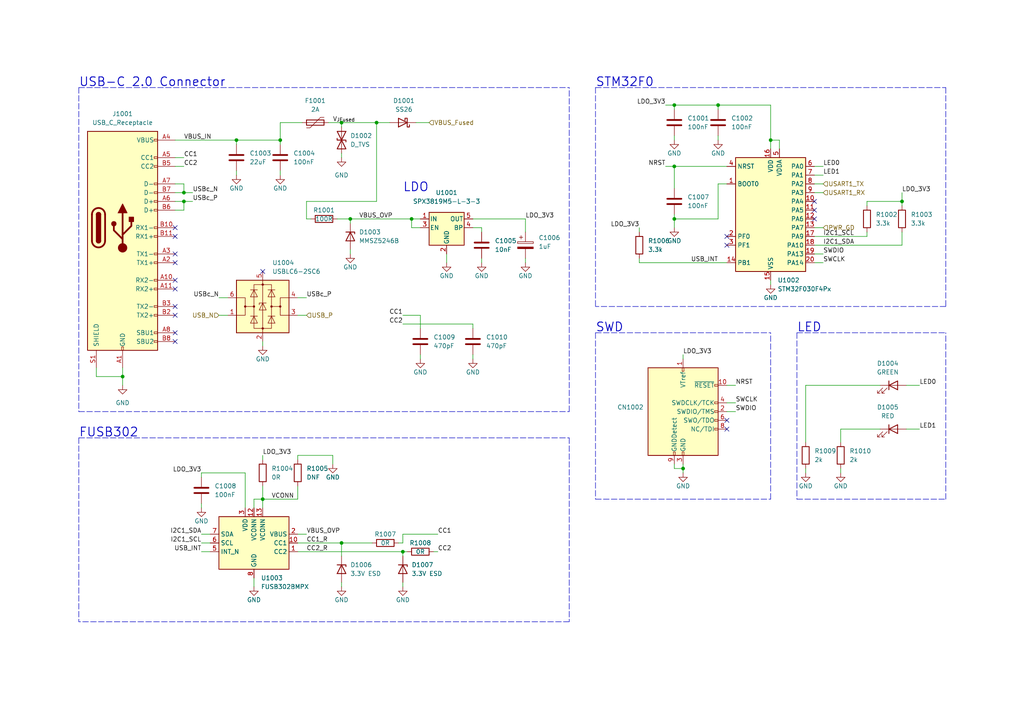
<source format=kicad_sch>
(kicad_sch (version 20211123) (generator eeschema)
  (paper "A4")
  (lib_symbols
    (symbol "Connector:Conn_ARM_JTAG_SWD_10" (pin_names (offset 1.016))
      (property "Reference" "J" (at -2.54 16.51 0))
      (property "Value" "Conn_ARM_JTAG_SWD_10" (at -2.54 13.97 0))
      (symbol "Conn_ARM_JTAG_SWD_10_0_1"
        (rectangle (start -10.16 12.7) (end 10.16 -12.7) (stroke (width 0.254)) (fill (type background)))
        (rectangle (start -2.794 -12.7) (end -2.286 -11.684))
        (rectangle (start -0.254 -12.7) (end 0.254 -11.684))
        (rectangle (start -0.254 12.7) (end 0.254 11.684))
        (rectangle (start 9.144 2.286) (end 10.16 2.794))
        (rectangle (start 10.16 -2.794) (end 9.144 -2.286))
        (rectangle (start 10.16 -0.254) (end 9.144 0.254))
        (rectangle (start 10.16 7.874) (end 9.144 7.366))
      )
      (symbol "Conn_ARM_JTAG_SWD_10_1_1"
        (rectangle (start 9.144 -5.334) (end 10.16 -4.826))
        (pin power_in line (at 0 15.24 270) (length 2.54) (name "VTref") (number "1"))
        (pin open_collector line (at 12.7 7.62 180) (length 2.54) (name "~{RESET}") (number "10"))
        (pin bidirectional line (at 12.7 0 180) (length 2.54) (name "SWDIO/TMS") (number "2"))
        (pin power_in line (at 0 -15.24 90) (length 2.54) (name "GND") (number "3"))
        (pin output line (at 12.7 2.54 180) (length 2.54) (name "SWDCLK/TCK") (number "4"))
        (pin passive line (at 0 -15.24 90) (length 2.54) hide (name "GND") (number "5"))
        (pin input line (at 12.7 -2.54 180) (length 2.54) (name "SWO/TDO") (number "6"))
        (pin no_connect line (at -10.16 0 0) (length 2.54) hide (name "KEY") (number "7"))
        (pin output line (at 12.7 -5.08 180) (length 2.54) (name "NC/TDI") (number "8"))
        (pin passive line (at -2.54 -15.24 90) (length 2.54) (name "GNDDetect") (number "9"))
      )
    )
    (symbol "Connector:USB_C_Receptacle" (pin_names (offset 1.016))
      (property "Reference" "J" (at -10.16 29.21 0))
      (property "Value" "USB_C_Receptacle" (at 10.16 29.21 0))
      (symbol "USB_C_Receptacle_0_0"
        (rectangle (start -0.254 -35.56) (end 0.254 -34.544))
        (rectangle (start 10.16 -32.766) (end 9.144 -33.274))
        (rectangle (start 10.16 -30.226) (end 9.144 -30.734))
        (rectangle (start 10.16 -25.146) (end 9.144 -25.654))
        (rectangle (start 10.16 -22.606) (end 9.144 -23.114))
        (rectangle (start 10.16 -17.526) (end 9.144 -18.034))
        (rectangle (start 10.16 -14.986) (end 9.144 -15.494))
        (rectangle (start 10.16 -9.906) (end 9.144 -10.414))
        (rectangle (start 10.16 -7.366) (end 9.144 -7.874))
        (rectangle (start 10.16 -2.286) (end 9.144 -2.794))
        (rectangle (start 10.16 0.254) (end 9.144 -0.254))
        (rectangle (start 10.16 5.334) (end 9.144 4.826))
        (rectangle (start 10.16 7.874) (end 9.144 7.366))
        (rectangle (start 10.16 10.414) (end 9.144 9.906))
        (rectangle (start 10.16 12.954) (end 9.144 12.446))
        (rectangle (start 10.16 18.034) (end 9.144 17.526))
        (rectangle (start 10.16 20.574) (end 9.144 20.066))
        (rectangle (start 10.16 25.654) (end 9.144 25.146))
      )
      (symbol "USB_C_Receptacle_0_1"
        (rectangle (start -10.16 27.94) (end 10.16 -35.56) (stroke (width 0.254)) (fill (type background)))
        (arc (start -8.89 -3.81) (mid -6.985 -5.715) (end -5.08 -3.81) (stroke (width 0.508)))
        (arc (start -7.62 -3.81) (mid -6.985 -4.445) (end -6.35 -3.81) (stroke (width 0.254)))
        (arc (start -7.62 -3.81) (mid -6.985 -4.445) (end -6.35 -3.81) (stroke (width 0.254)) (fill (type outline)))
        (rectangle (start -7.62 -3.81) (end -6.35 3.81) (stroke (width 0.254)) (fill (type outline)))
        (arc (start -6.35 3.81) (mid -6.985 4.445) (end -7.62 3.81) (stroke (width 0.254)))
        (arc (start -6.35 3.81) (mid -6.985 4.445) (end -7.62 3.81) (stroke (width 0.254)) (fill (type outline)))
        (arc (start -5.08 3.81) (mid -6.985 5.715) (end -8.89 3.81) (stroke (width 0.508)))
        (polyline (pts (xy -8.89 -3.81) (xy -8.89 3.81)) (stroke (width 0.508)))
        (polyline (pts (xy -5.08 3.81) (xy -5.08 -3.81)) (stroke (width 0.508)))
      )
      (symbol "USB_C_Receptacle_1_1"
        (circle (center -2.54 1.143) (radius 0.635) (stroke (width 0.254)) (fill (type outline)))
        (circle (center 0 -5.842) (radius 1.27) (fill (type outline)))
        (polyline (pts (xy 0 -5.842) (xy 0 4.318)) (stroke (width 0.508)))
        (polyline (pts (xy 0 -3.302) (xy -2.54 -0.762) (xy -2.54 0.508)) (stroke (width 0.508)))
        (polyline (pts (xy 0 -2.032) (xy 2.54 0.508) (xy 2.54 1.778)) (stroke (width 0.508)))
        (polyline (pts (xy -1.27 4.318) (xy 0 6.858) (xy 1.27 4.318) (xy -1.27 4.318)) (stroke (width 0.254)) (fill (type outline)))
        (rectangle (start 1.905 1.778) (end 3.175 3.048) (stroke (width 0.254)) (fill (type outline)))
        (pin passive line (at 0 -40.64 90) (length 5.08) (name "GND") (number "A1"))
        (pin bidirectional line (at 15.24 -15.24 180) (length 5.08) (name "RX2-") (number "A10"))
        (pin bidirectional line (at 15.24 -17.78 180) (length 5.08) (name "RX2+") (number "A11"))
        (pin passive line (at 0 -40.64 90) (length 5.08) hide (name "GND") (number "A12"))
        (pin bidirectional line (at 15.24 -10.16 180) (length 5.08) (name "TX1+") (number "A2"))
        (pin bidirectional line (at 15.24 -7.62 180) (length 5.08) (name "TX1-") (number "A3"))
        (pin passive line (at 15.24 25.4 180) (length 5.08) (name "VBUS") (number "A4"))
        (pin bidirectional line (at 15.24 20.32 180) (length 5.08) (name "CC1") (number "A5"))
        (pin bidirectional line (at 15.24 7.62 180) (length 5.08) (name "D+") (number "A6"))
        (pin bidirectional line (at 15.24 12.7 180) (length 5.08) (name "D-") (number "A7"))
        (pin bidirectional line (at 15.24 -30.48 180) (length 5.08) (name "SBU1") (number "A8"))
        (pin passive line (at 15.24 25.4 180) (length 5.08) hide (name "VBUS") (number "A9"))
        (pin passive line (at 0 -40.64 90) (length 5.08) hide (name "GND") (number "B1"))
        (pin bidirectional line (at 15.24 0 180) (length 5.08) (name "RX1-") (number "B10"))
        (pin bidirectional line (at 15.24 -2.54 180) (length 5.08) (name "RX1+") (number "B11"))
        (pin passive line (at 0 -40.64 90) (length 5.08) hide (name "GND") (number "B12"))
        (pin bidirectional line (at 15.24 -25.4 180) (length 5.08) (name "TX2+") (number "B2"))
        (pin bidirectional line (at 15.24 -22.86 180) (length 5.08) (name "TX2-") (number "B3"))
        (pin passive line (at 15.24 25.4 180) (length 5.08) hide (name "VBUS") (number "B4"))
        (pin bidirectional line (at 15.24 17.78 180) (length 5.08) (name "CC2") (number "B5"))
        (pin bidirectional line (at 15.24 5.08 180) (length 5.08) (name "D+") (number "B6"))
        (pin bidirectional line (at 15.24 10.16 180) (length 5.08) (name "D-") (number "B7"))
        (pin bidirectional line (at 15.24 -33.02 180) (length 5.08) (name "SBU2") (number "B8"))
        (pin passive line (at 15.24 25.4 180) (length 5.08) hide (name "VBUS") (number "B9"))
        (pin passive line (at -7.62 -40.64 90) (length 5.08) (name "SHIELD") (number "S1"))
      )
    )
    (symbol "Device:C" (pin_numbers hide) (pin_names (offset 0.254))
      (property "Reference" "C" (at 0.635 2.54 0))
      (property "Value" "C" (at 0.635 -2.54 0))
      (symbol "C_0_1"
        (polyline (pts (xy -2.032 -0.762) (xy 2.032 -0.762)) (stroke (width 0.508)))
        (polyline (pts (xy -2.032 0.762) (xy 2.032 0.762)) (stroke (width 0.508)))
      )
      (symbol "C_1_1"
        (pin passive line (at 0 3.81 270) (length 2.794) (name "~") (number "1"))
        (pin passive line (at 0 -3.81 90) (length 2.794) (name "~") (number "2"))
      )
    )
    (symbol "Device:C_Polarized" (pin_numbers hide) (pin_names (offset 0.254))
      (property "Reference" "C" (at 0.635 2.54 0))
      (property "Value" "C_Polarized" (at 0.635 -2.54 0))
      (symbol "C_Polarized_0_1"
        (rectangle (start -2.286 0.508) (end 2.286 1.016))
        (polyline (pts (xy -1.778 2.286) (xy -0.762 2.286)))
        (polyline (pts (xy -1.27 2.794) (xy -1.27 1.778)))
        (rectangle (start 2.286 -0.508) (end -2.286 -1.016) (fill (type outline)))
      )
      (symbol "C_Polarized_1_1"
        (pin passive line (at 0 3.81 270) (length 2.794) (name "~") (number "1"))
        (pin passive line (at 0 -3.81 90) (length 2.794) (name "~") (number "2"))
      )
    )
    (symbol "Device:D_Schottky" (pin_numbers hide) (pin_names (offset 1.016) hide)
      (property "Reference" "D" (at 0 2.54 0))
      (property "Value" "D_Schottky" (at 0 -2.54 0))
      (symbol "D_Schottky_0_1"
        (polyline (pts (xy 1.27 0) (xy -1.27 0)))
        (polyline (pts (xy 1.27 1.27) (xy 1.27 -1.27) (xy -1.27 0) (xy 1.27 1.27)) (stroke (width 0.254)))
        (polyline (pts (xy -1.905 0.635) (xy -1.905 1.27) (xy -1.27 1.27) (xy -1.27 -1.27) (xy -0.635 -1.27) (xy -0.635 -0.635)) (stroke (width 0.254)))
      )
      (symbol "D_Schottky_1_1"
        (pin passive line (at -3.81 0 0) (length 2.54) (name "K") (number "1"))
        (pin passive line (at 3.81 0 180) (length 2.54) (name "A") (number "2"))
      )
    )
    (symbol "Device:D_TVS" (pin_numbers hide) (pin_names (offset 1.016) hide)
      (property "Reference" "D" (at 0 2.54 0))
      (property "Value" "D_TVS" (at 0 -2.54 0))
      (symbol "D_TVS_0_1"
        (polyline (pts (xy 1.27 0) (xy -1.27 0)))
        (polyline (pts (xy 0.508 1.27) (xy 0 1.27) (xy 0 -1.27) (xy -0.508 -1.27)) (stroke (width 0.254)))
        (polyline (pts (xy -2.54 1.27) (xy -2.54 -1.27) (xy 2.54 1.27) (xy 2.54 -1.27) (xy -2.54 1.27)) (stroke (width 0.254)))
      )
      (symbol "D_TVS_1_1"
        (pin passive line (at -3.81 0 0) (length 2.54) (name "A1") (number "1"))
        (pin passive line (at 3.81 0 180) (length 2.54) (name "A2") (number "2"))
      )
    )
    (symbol "Device:D_Zener" (pin_numbers hide) (pin_names (offset 1.016) hide)
      (property "Reference" "D" (at 0 2.54 0))
      (property "Value" "D_Zener" (at 0 -2.54 0))
      (symbol "D_Zener_0_1"
        (polyline (pts (xy 1.27 0) (xy -1.27 0)))
        (polyline (pts (xy -1.27 -1.27) (xy -1.27 1.27) (xy -0.762 1.27)) (stroke (width 0.254)))
        (polyline (pts (xy 1.27 -1.27) (xy 1.27 1.27) (xy -1.27 0) (xy 1.27 -1.27)) (stroke (width 0.254)))
      )
      (symbol "D_Zener_1_1"
        (pin passive line (at -3.81 0 0) (length 2.54) (name "K") (number "1"))
        (pin passive line (at 3.81 0 180) (length 2.54) (name "A") (number "2"))
      )
    )
    (symbol "Device:LED" (pin_numbers hide) (pin_names (offset 1.016) hide)
      (property "Reference" "D" (at 0 2.54 0))
      (property "Value" "LED" (at 0 -2.54 0))
      (symbol "LED_0_1"
        (polyline (pts (xy -1.27 -1.27) (xy -1.27 1.27)) (stroke (width 0.254)))
        (polyline (pts (xy -1.27 0) (xy 1.27 0)))
        (polyline (pts (xy 1.27 -1.27) (xy 1.27 1.27) (xy -1.27 0) (xy 1.27 -1.27)) (stroke (width 0.254)))
        (polyline (pts (xy -3.048 -0.762) (xy -4.572 -2.286) (xy -3.81 -2.286) (xy -4.572 -2.286) (xy -4.572 -1.524)))
        (polyline (pts (xy -1.778 -0.762) (xy -3.302 -2.286) (xy -2.54 -2.286) (xy -3.302 -2.286) (xy -3.302 -1.524)))
      )
      (symbol "LED_1_1"
        (pin passive line (at -3.81 0 0) (length 2.54) (name "K") (number "1"))
        (pin passive line (at 3.81 0 180) (length 2.54) (name "A") (number "2"))
      )
    )
    (symbol "Device:Polyfuse" (pin_numbers hide) (pin_names (offset 0))
      (property "Reference" "F" (at -2.54 0 90))
      (property "Value" "Polyfuse" (at 2.54 0 90))
      (symbol "Polyfuse_0_1"
        (rectangle (start -0.762 2.54) (end 0.762 -2.54) (stroke (width 0.254)))
        (polyline (pts (xy 0 2.54) (xy 0 -2.54)))
        (polyline (pts (xy -1.524 2.54) (xy -1.524 1.524) (xy 1.524 -1.524) (xy 1.524 -2.54)))
      )
      (symbol "Polyfuse_1_1"
        (pin passive line (at 0 3.81 270) (length 1.27) (name "~") (number "1"))
        (pin passive line (at 0 -3.81 90) (length 1.27) (name "~") (number "2"))
      )
    )
    (symbol "Device:R" (pin_numbers hide) (pin_names (offset 0))
      (property "Reference" "R" (at 2.032 0 90))
      (property "Value" "R" (at 0 0 90))
      (symbol "R_0_1"
        (rectangle (start -1.016 -2.54) (end 1.016 2.54) (stroke (width 0.254)))
      )
      (symbol "R_1_1"
        (pin passive line (at 0 3.81 270) (length 1.27) (name "~") (number "1"))
        (pin passive line (at 0 -3.81 90) (length 1.27) (name "~") (number "2"))
      )
    )
    (symbol "Interface_USB:FUSB302BMPX"
      (property "Reference" "U" (at -10.16 8.89 0))
      (property "Value" "FUSB302BMPX" (at 3.81 8.89 0))
      (symbol "FUSB302BMPX_0_1"
        (rectangle (start -10.16 7.62) (end 10.16 -7.62) (stroke (width 0.254)) (fill (type background)))
      )
      (symbol "FUSB302BMPX_1_1"
        (pin bidirectional line (at 12.7 -2.54 180) (length 2.54) (name "CC2") (number "1"))
        (pin bidirectional line (at 12.7 0 180) (length 2.54) (name "CC1") (number "10"))
        (pin bidirectional line (at 12.7 0 180) (length 2.54) hide (name "CC1") (number "11"))
        (pin power_in line (at 0 10.16 270) (length 2.54) (name "VCONN") (number "12"))
        (pin power_in line (at 2.54 10.16 270) (length 2.54) (name "VCONN") (number "13"))
        (pin bidirectional line (at 12.7 -2.54 180) (length 2.54) hide (name "CC2") (number "14"))
        (pin passive line (at 0 -10.16 90) (length 2.54) hide (name "GND") (number "15"))
        (pin input line (at 12.7 2.54 180) (length 2.54) (name "VBUS") (number "2"))
        (pin power_in line (at -2.54 10.16 270) (length 2.54) (name "VDD") (number "3"))
        (pin passive line (at -2.54 10.16 270) (length 2.54) hide (name "VDD") (number "4"))
        (pin open_collector line (at -12.7 -2.54 0) (length 2.54) (name "INT_N") (number "5"))
        (pin input line (at -12.7 0 0) (length 2.54) (name "SCL") (number "6"))
        (pin bidirectional line (at -12.7 2.54 0) (length 2.54) (name "SDA") (number "7"))
        (pin power_in line (at 0 -10.16 90) (length 2.54) (name "GND") (number "8"))
        (pin passive line (at 0 -10.16 90) (length 2.54) hide (name "GND") (number "9"))
      )
    )
    (symbol "MCU_ST_STM32F0:STM32F030F4Px"
      (property "Reference" "U" (at -10.16 16.51 0))
      (property "Value" "STM32F030F4Px" (at 5.08 16.51 0))
      (symbol "STM32F030F4Px_0_1"
        (rectangle (start -10.16 -17.78) (end 10.16 15.24) (stroke (width 0.254)) (fill (type background)))
      )
      (symbol "STM32F030F4Px_1_1"
        (pin input line (at -12.7 7.62 0) (length 2.54) (name "BOOT0") (number "1"))
        (pin bidirectional line (at 12.7 2.54 180) (length 2.54) (name "PA4") (number "10"))
        (pin bidirectional line (at 12.7 0 180) (length 2.54) (name "PA5") (number "11"))
        (pin bidirectional line (at 12.7 -2.54 180) (length 2.54) (name "PA6") (number "12"))
        (pin bidirectional line (at 12.7 -5.08 180) (length 2.54) (name "PA7") (number "13"))
        (pin bidirectional line (at -12.7 -15.24 0) (length 2.54) (name "PB1") (number "14"))
        (pin power_in line (at 0 -20.32 90) (length 2.54) (name "VSS") (number "15"))
        (pin power_in line (at 0 17.78 270) (length 2.54) (name "VDD") (number "16"))
        (pin bidirectional line (at 12.7 -7.62 180) (length 2.54) (name "PA9") (number "17"))
        (pin bidirectional line (at 12.7 -10.16 180) (length 2.54) (name "PA10") (number "18"))
        (pin bidirectional line (at 12.7 -12.7 180) (length 2.54) (name "PA13") (number "19"))
        (pin input line (at -12.7 -7.62 0) (length 2.54) (name "PF0") (number "2"))
        (pin bidirectional line (at 12.7 -15.24 180) (length 2.54) (name "PA14") (number "20"))
        (pin input line (at -12.7 -10.16 0) (length 2.54) (name "PF1") (number "3"))
        (pin input line (at -12.7 12.7 0) (length 2.54) (name "NRST") (number "4"))
        (pin power_in line (at 2.54 17.78 270) (length 2.54) (name "VDDA") (number "5"))
        (pin bidirectional line (at 12.7 12.7 180) (length 2.54) (name "PA0") (number "6"))
        (pin bidirectional line (at 12.7 10.16 180) (length 2.54) (name "PA1") (number "7"))
        (pin bidirectional line (at 12.7 7.62 180) (length 2.54) (name "PA2") (number "8"))
        (pin bidirectional line (at 12.7 5.08 180) (length 2.54) (name "PA3") (number "9"))
      )
    )
    (symbol "Power_Protection:USBLC6-2SC6" (pin_names hide)
      (property "Reference" "U" (at 2.54 8.89 0))
      (property "Value" "USBLC6-2SC6" (at 2.54 -8.89 0))
      (symbol "USBLC6-2SC6_0_1"
        (rectangle (start -7.62 -7.62) (end 7.62 7.62) (stroke (width 0.254)) (fill (type background)))
        (circle (center -5.08 0) (radius 0.254) (fill (type outline)))
        (circle (center -2.54 0) (radius 0.254) (fill (type outline)))
        (rectangle (start -2.54 6.35) (end 2.54 -6.35))
        (circle (center 0 -6.35) (radius 0.254) (fill (type outline)))
        (polyline (pts (xy -5.08 -2.54) (xy -7.62 -2.54)))
        (polyline (pts (xy -5.08 0) (xy -5.08 -2.54)))
        (polyline (pts (xy -5.08 2.54) (xy -7.62 2.54)))
        (polyline (pts (xy -1.524 -2.794) (xy -3.556 -2.794)))
        (polyline (pts (xy -1.524 4.826) (xy -3.556 4.826)))
        (polyline (pts (xy 0 -7.62) (xy 0 -6.35)))
        (polyline (pts (xy 0 -6.35) (xy 0 1.27)))
        (polyline (pts (xy 0 1.27) (xy 0 6.35)))
        (polyline (pts (xy 0 6.35) (xy 0 7.62)))
        (polyline (pts (xy 1.524 -2.794) (xy 3.556 -2.794)))
        (polyline (pts (xy 1.524 4.826) (xy 3.556 4.826)))
        (polyline (pts (xy 5.08 -2.54) (xy 7.62 -2.54)))
        (polyline (pts (xy 5.08 0) (xy 5.08 -2.54)))
        (polyline (pts (xy 5.08 2.54) (xy 7.62 2.54)))
        (polyline (pts (xy -2.54 0) (xy -5.08 0) (xy -5.08 2.54)))
        (polyline (pts (xy 2.54 0) (xy 5.08 0) (xy 5.08 2.54)))
        (polyline (pts (xy -3.556 -4.826) (xy -1.524 -4.826) (xy -2.54 -2.794) (xy -3.556 -4.826)))
        (polyline (pts (xy -3.556 2.794) (xy -1.524 2.794) (xy -2.54 4.826) (xy -3.556 2.794)))
        (polyline (pts (xy -1.016 -1.016) (xy 1.016 -1.016) (xy 0 1.016) (xy -1.016 -1.016)))
        (polyline (pts (xy 1.016 1.016) (xy 0.762 1.016) (xy -1.016 1.016) (xy -1.016 0.508)))
        (polyline (pts (xy 3.556 -4.826) (xy 1.524 -4.826) (xy 2.54 -2.794) (xy 3.556 -4.826)))
        (polyline (pts (xy 3.556 2.794) (xy 1.524 2.794) (xy 2.54 4.826) (xy 3.556 2.794)))
        (circle (center 0 6.35) (radius 0.254) (fill (type outline)))
        (circle (center 2.54 0) (radius 0.254) (fill (type outline)))
        (circle (center 5.08 0) (radius 0.254) (fill (type outline)))
      )
      (symbol "USBLC6-2SC6_1_1"
        (pin passive line (at -10.16 -2.54 0) (length 2.54) (name "I/O1") (number "1"))
        (pin passive line (at 0 -10.16 90) (length 2.54) (name "GND") (number "2"))
        (pin passive line (at 10.16 -2.54 180) (length 2.54) (name "I/O2") (number "3"))
        (pin passive line (at 10.16 2.54 180) (length 2.54) (name "I/O2") (number "4"))
        (pin passive line (at 0 10.16 270) (length 2.54) (name "VBUS") (number "5"))
        (pin passive line (at -10.16 2.54 0) (length 2.54) (name "I/O1") (number "6"))
      )
    )
    (symbol "Regulator_Linear:SPX3819M5-L-3-3" (pin_names (offset 0.254))
      (property "Reference" "U" (at -3.81 5.715 0))
      (property "Value" "SPX3819M5-L-3-3" (at 0 5.715 0))
      (symbol "SPX3819M5-L-3-3_0_1"
        (rectangle (start -5.08 4.445) (end 5.08 -5.08) (stroke (width 0.254)) (fill (type background)))
      )
      (symbol "SPX3819M5-L-3-3_1_1"
        (pin power_in line (at -7.62 2.54 0) (length 2.54) (name "IN") (number "1"))
        (pin power_in line (at 0 -7.62 90) (length 2.54) (name "GND") (number "2"))
        (pin input line (at -7.62 0 0) (length 2.54) (name "EN") (number "3"))
        (pin input line (at 7.62 0 180) (length 2.54) (name "BP") (number "4"))
        (pin power_out line (at 7.62 2.54 180) (length 2.54) (name "OUT") (number "5"))
      )
    )
    (symbol "power:GND" (power) (pin_names (offset 0))
      (property "Value" "GND" (at 0 -3.81 0))
      (symbol "GND_0_1"
        (polyline (pts (xy 0 0) (xy 0 -1.27) (xy 1.27 -1.27) (xy 0 -2.54) (xy -1.27 -1.27) (xy 0 -1.27)))
      )
      (symbol "GND_1_1"
        (pin power_in line (at 0 0 270) (length 0) hide (name "GND") (number "1"))
      )
    )
  )
  (junction (at 68.58 40.64))
  (junction (at 109.22 35.56))
  (junction (at 53.34 58.42))
  (junction (at 76.2 144.78))
  (junction (at 223.52 40.64))
  (junction (at 99.06 157.48))
  (junction (at 195.58 30.48))
  (junction (at 261.62 58.42))
  (junction (at 119.38 63.5))
  (junction (at 81.28 40.64))
  (junction (at 35.56 109.22))
  (junction (at 198.12 135.89))
  (junction (at 116.84 160.02))
  (junction (at 99.06 35.56))
  (junction (at 195.58 48.26))
  (junction (at 195.58 63.5))
  (junction (at 208.28 30.48))
  (junction (at 53.34 55.88))
  (junction (at 101.6 63.5))
  (no_connect (at 210.82 124.46))
  (no_connect (at 210.82 121.92))
  (no_connect (at 50.8 68.58))
  (no_connect (at 76.2 78.74))
  (no_connect (at 50.8 88.9))
  (no_connect (at 50.8 83.82))
  (no_connect (at 210.82 71.12))
  (no_connect (at 210.82 68.58))
  (no_connect (at 50.8 73.66))
  (no_connect (at 236.22 58.42))
  (no_connect (at 50.8 96.52))
  (no_connect (at 50.8 99.06))
  (no_connect (at 50.8 76.2))
  (no_connect (at 236.22 60.96))
  (no_connect (at 236.22 63.5))
  (no_connect (at 50.8 66.04))
  (no_connect (at 50.8 91.44))
  (no_connect (at 50.8 81.28))
  (wire (pts (xy 76.2 99.06) (xy 76.2 100.33)))
  (wire (pts (xy 101.6 64.77) (xy 101.6 63.5)))
  (polyline (pts (xy 22.86 127) (xy 165.1 127)))
  (wire (pts (xy 86.36 160.02) (xy 116.84 160.02)))
  (wire (pts (xy 262.89 124.46) (xy 266.7 124.46)))
  (wire (pts (xy 27.94 109.22) (xy 35.56 109.22)))
  (polyline (pts (xy 172.72 25.4) (xy 172.72 88.9)))
  (wire (pts (xy 76.2 144.78) (xy 73.66 144.78)))
  (wire (pts (xy 195.58 30.48) (xy 195.58 31.75)))
  (wire (pts (xy 223.52 30.48) (xy 223.52 40.64)))
  (wire (pts (xy 73.66 167.64) (xy 73.66 170.18)))
  (wire (pts (xy 116.84 91.44) (xy 121.92 91.44)))
  (wire (pts (xy 109.22 35.56) (xy 109.22 58.42)))
  (polyline (pts (xy 165.1 180.34) (xy 22.86 180.34)))
  (wire (pts (xy 195.58 62.23) (xy 195.58 63.5)))
  (wire (pts (xy 86.36 157.48) (xy 99.06 157.48)))
  (wire (pts (xy 87.63 35.56) (xy 81.28 35.56)))
  (wire (pts (xy 50.8 48.26) (xy 53.34 48.26)))
  (polyline (pts (xy 22.86 25.4) (xy 22.86 119.38)))
  (wire (pts (xy 208.28 39.37) (xy 208.28 40.64)))
  (wire (pts (xy 152.4 67.31) (xy 152.4 63.5)))
  (wire (pts (xy 261.62 58.42) (xy 251.46 58.42)))
  (wire (pts (xy 195.58 135.89) (xy 198.12 135.89)))
  (wire (pts (xy 195.58 48.26) (xy 210.82 48.26)))
  (wire (pts (xy 223.52 40.64) (xy 226.06 40.64)))
  (wire (pts (xy 58.42 137.16) (xy 58.42 138.43)))
  (wire (pts (xy 86.36 140.97) (xy 86.36 144.78)))
  (wire (pts (xy 50.8 45.72) (xy 53.34 45.72)))
  (wire (pts (xy 50.8 60.96) (xy 53.34 60.96)))
  (wire (pts (xy 86.36 91.44) (xy 88.9 91.44)))
  (wire (pts (xy 121.92 95.25) (xy 121.92 91.44)))
  (wire (pts (xy 27.94 106.68) (xy 27.94 109.22)))
  (wire (pts (xy 251.46 68.58) (xy 251.46 67.31)))
  (polyline (pts (xy 274.32 88.9) (xy 172.72 88.9)))
  (wire (pts (xy 58.42 157.48) (xy 60.96 157.48)))
  (wire (pts (xy 58.42 160.02) (xy 60.96 160.02)))
  (wire (pts (xy 139.7 74.93) (xy 139.7 76.2)))
  (wire (pts (xy 236.22 73.66) (xy 238.76 73.66)))
  (wire (pts (xy 243.84 135.89) (xy 243.84 137.16)))
  (wire (pts (xy 81.28 41.91) (xy 81.28 40.64)))
  (polyline (pts (xy 172.72 96.52) (xy 172.72 144.78)))
  (wire (pts (xy 195.58 39.37) (xy 195.58 40.64)))
  (polyline (pts (xy 231.14 144.78) (xy 274.32 144.78)))
  (wire (pts (xy 152.4 63.5) (xy 137.16 63.5)))
  (wire (pts (xy 86.36 144.78) (xy 76.2 144.78)))
  (wire (pts (xy 50.8 55.88) (xy 53.34 55.88)))
  (wire (pts (xy 236.22 76.2) (xy 238.76 76.2)))
  (wire (pts (xy 50.8 53.34) (xy 53.34 53.34)))
  (wire (pts (xy 236.22 71.12) (xy 261.62 71.12)))
  (wire (pts (xy 121.92 102.87) (xy 121.92 104.14)))
  (wire (pts (xy 68.58 40.64) (xy 81.28 40.64)))
  (wire (pts (xy 195.58 30.48) (xy 208.28 30.48)))
  (wire (pts (xy 88.9 58.42) (xy 88.9 63.5)))
  (polyline (pts (xy 165.1 119.38) (xy 165.1 25.4)))
  (wire (pts (xy 96.52 132.08) (xy 96.52 134.62)))
  (wire (pts (xy 210.82 111.76) (xy 213.36 111.76)))
  (wire (pts (xy 185.42 74.93) (xy 185.42 76.2)))
  (wire (pts (xy 233.68 135.89) (xy 233.68 137.16)))
  (wire (pts (xy 261.62 55.88) (xy 261.62 58.42)))
  (wire (pts (xy 198.12 102.87) (xy 198.12 104.14)))
  (wire (pts (xy 99.06 157.48) (xy 99.06 161.29)))
  (wire (pts (xy 137.16 95.25) (xy 137.16 93.98)))
  (wire (pts (xy 81.28 49.53) (xy 81.28 50.8)))
  (wire (pts (xy 208.28 53.34) (xy 208.28 63.5)))
  (wire (pts (xy 223.52 81.28) (xy 223.52 82.55)))
  (wire (pts (xy 251.46 58.42) (xy 251.46 59.69)))
  (wire (pts (xy 86.36 132.08) (xy 96.52 132.08)))
  (wire (pts (xy 73.66 144.78) (xy 73.66 147.32)))
  (wire (pts (xy 193.04 48.26) (xy 195.58 48.26)))
  (wire (pts (xy 210.82 119.38) (xy 213.36 119.38)))
  (wire (pts (xy 210.82 53.34) (xy 208.28 53.34)))
  (wire (pts (xy 86.36 133.35) (xy 86.36 132.08)))
  (polyline (pts (xy 231.14 96.52) (xy 274.32 96.52)))
  (wire (pts (xy 116.84 154.94) (xy 116.84 157.48)))
  (wire (pts (xy 53.34 58.42) (xy 55.88 58.42)))
  (wire (pts (xy 68.58 41.91) (xy 68.58 40.64)))
  (polyline (pts (xy 231.14 96.52) (xy 231.14 144.78)))
  (wire (pts (xy 76.2 144.78) (xy 76.2 147.32)))
  (wire (pts (xy 35.56 106.68) (xy 35.56 109.22)))
  (polyline (pts (xy 22.86 119.38) (xy 165.1 119.38)))
  (wire (pts (xy 236.22 66.04) (xy 238.76 66.04)))
  (wire (pts (xy 208.28 30.48) (xy 208.28 31.75)))
  (wire (pts (xy 120.65 35.56) (xy 124.46 35.56)))
  (wire (pts (xy 233.68 111.76) (xy 233.68 128.27)))
  (wire (pts (xy 101.6 63.5) (xy 119.38 63.5)))
  (polyline (pts (xy 274.32 25.4) (xy 274.32 88.9)))
  (wire (pts (xy 58.42 154.94) (xy 60.96 154.94)))
  (wire (pts (xy 210.82 116.84) (xy 213.36 116.84)))
  (wire (pts (xy 137.16 102.87) (xy 137.16 104.14)))
  (wire (pts (xy 58.42 137.16) (xy 71.12 137.16)))
  (wire (pts (xy 99.06 44.45) (xy 99.06 45.72)))
  (wire (pts (xy 223.52 40.64) (xy 223.52 43.18)))
  (wire (pts (xy 185.42 66.04) (xy 185.42 67.31)))
  (wire (pts (xy 88.9 58.42) (xy 109.22 58.42)))
  (wire (pts (xy 243.84 124.46) (xy 243.84 128.27)))
  (polyline (pts (xy 165.1 127) (xy 165.1 180.34)))
  (wire (pts (xy 116.84 154.94) (xy 127 154.94)))
  (polyline (pts (xy 22.86 127) (xy 22.86 180.34)))
  (wire (pts (xy 121.92 66.04) (xy 119.38 66.04)))
  (wire (pts (xy 195.58 48.26) (xy 195.58 54.61)))
  (wire (pts (xy 116.84 160.02) (xy 118.11 160.02)))
  (wire (pts (xy 68.58 49.53) (xy 68.58 50.8)))
  (wire (pts (xy 129.54 73.66) (xy 129.54 76.2)))
  (wire (pts (xy 195.58 134.62) (xy 195.58 135.89)))
  (wire (pts (xy 193.04 30.48) (xy 195.58 30.48)))
  (wire (pts (xy 116.84 157.48) (xy 115.57 157.48)))
  (polyline (pts (xy 172.72 144.78) (xy 223.52 144.78)))
  (wire (pts (xy 262.89 111.76) (xy 266.7 111.76)))
  (wire (pts (xy 53.34 58.42) (xy 53.34 60.96)))
  (wire (pts (xy 53.34 55.88) (xy 55.88 55.88)))
  (wire (pts (xy 53.34 53.34) (xy 53.34 55.88)))
  (wire (pts (xy 63.5 86.36) (xy 66.04 86.36)))
  (wire (pts (xy 99.06 157.48) (xy 107.95 157.48)))
  (wire (pts (xy 125.73 160.02) (xy 127 160.02)))
  (wire (pts (xy 255.27 124.46) (xy 243.84 124.46)))
  (wire (pts (xy 139.7 66.04) (xy 137.16 66.04)))
  (wire (pts (xy 101.6 72.39) (xy 101.6 73.66)))
  (wire (pts (xy 109.22 35.56) (xy 113.03 35.56)))
  (wire (pts (xy 95.25 35.56) (xy 99.06 35.56)))
  (wire (pts (xy 58.42 146.05) (xy 58.42 147.32)))
  (wire (pts (xy 63.5 91.44) (xy 66.04 91.44)))
  (wire (pts (xy 185.42 76.2) (xy 210.82 76.2)))
  (wire (pts (xy 119.38 66.04) (xy 119.38 63.5)))
  (wire (pts (xy 76.2 140.97) (xy 76.2 144.78)))
  (wire (pts (xy 152.4 74.93) (xy 152.4 76.2)))
  (wire (pts (xy 81.28 35.56) (xy 81.28 40.64)))
  (wire (pts (xy 86.36 86.36) (xy 88.9 86.36)))
  (wire (pts (xy 236.22 68.58) (xy 251.46 68.58)))
  (wire (pts (xy 116.84 168.91) (xy 116.84 170.18)))
  (wire (pts (xy 99.06 35.56) (xy 99.06 36.83)))
  (wire (pts (xy 261.62 67.31) (xy 261.62 71.12)))
  (wire (pts (xy 86.36 154.94) (xy 88.9 154.94)))
  (wire (pts (xy 236.22 48.26) (xy 238.76 48.26)))
  (polyline (pts (xy 223.52 144.78) (xy 223.52 96.52)))
  (wire (pts (xy 88.9 63.5) (xy 90.17 63.5)))
  (wire (pts (xy 97.79 63.5) (xy 101.6 63.5)))
  (wire (pts (xy 116.84 160.02) (xy 116.84 161.29)))
  (wire (pts (xy 99.06 168.91) (xy 99.06 170.18)))
  (wire (pts (xy 50.8 40.64) (xy 68.58 40.64)))
  (wire (pts (xy 236.22 53.34) (xy 238.76 53.34)))
  (wire (pts (xy 195.58 63.5) (xy 195.58 66.04)))
  (polyline (pts (xy 172.72 96.52) (xy 223.52 96.52)))
  (wire (pts (xy 198.12 134.62) (xy 198.12 135.89)))
  (wire (pts (xy 35.56 111.76) (xy 35.56 109.22)))
  (wire (pts (xy 50.8 58.42) (xy 53.34 58.42)))
  (wire (pts (xy 116.84 93.98) (xy 137.16 93.98)))
  (wire (pts (xy 195.58 63.5) (xy 208.28 63.5)))
  (wire (pts (xy 71.12 137.16) (xy 71.12 147.32)))
  (wire (pts (xy 99.06 35.56) (xy 109.22 35.56)))
  (wire (pts (xy 208.28 30.48) (xy 223.52 30.48)))
  (wire (pts (xy 236.22 50.8) (xy 238.76 50.8)))
  (wire (pts (xy 139.7 67.31) (xy 139.7 66.04)))
  (wire (pts (xy 261.62 58.42) (xy 261.62 59.69)))
  (wire (pts (xy 76.2 132.08) (xy 76.2 133.35)))
  (wire (pts (xy 198.12 135.89) (xy 198.12 137.16)))
  (polyline (pts (xy 172.72 25.4) (xy 274.32 25.4)))
  (wire (pts (xy 255.27 111.76) (xy 233.68 111.76)))
  (polyline (pts (xy 22.86 25.4) (xy 165.1 25.4)))
  (wire (pts (xy 226.06 43.18) (xy 226.06 40.64)))
  (wire (pts (xy 121.92 63.5) (xy 119.38 63.5)))
  (polyline (pts (xy 274.32 144.78) (xy 274.32 96.52)))
  (wire (pts (xy 236.22 55.88) (xy 238.76 55.88)))
  (text "STM32F0" (at 172.72 25.4 0) (effects (font (size 2.54 2.54) (thickness 0.254) bold) (justify left bottom)))
  (text "FUSB302" (at 22.86 127 0) (effects (font (size 2.54 2.54) (thickness 0.254) bold) (justify left bottom)))
  (text "LDO" (at 116.84 55.88 0) (effects (font (size 2.54 2.54) (thickness 0.254) bold) (justify left bottom)))
  (text "LED" (at 231.14 96.52 0) (effects (font (size 2.54 2.54) (thickness 0.254) bold) (justify left bottom)))
  (text "SWD" (at 172.72 96.52 0) (effects (font (size 2.54 2.54) (thickness 0.254) bold) (justify left bottom)))
  (text "USB-C 2.0 Connector" (at 22.86 25.4 0) (effects (font (size 2.54 2.54) (thickness 0.254) bold) (justify left bottom)))
  (label "NRST" (at 213.36 111.76 0))
  (label "USB_INT" (at 58.42 160.02 180))
  (label "VCONN" (at 78.74 144.78 0))
  (label "LDO_3V3" (at 261.62 55.88 0))
  (label "CC1_R" (at 88.9 157.48 0))
  (label "I2C1_SDA" (at 58.42 154.94 180))
  (label "CC1" (at 127 154.94 0))
  (label "LDO_3V3" (at 198.12 102.87 0))
  (label "SWDIO" (at 213.36 119.38 0))
  (label "USBc_P" (at 88.9 86.36 0))
  (label "LED1" (at 238.76 50.8 0))
  (label "CC2_R" (at 88.9 160.02 0))
  (label "VBUS_OVP" (at 88.9 154.94 0))
  (label "LDO_3V3" (at 58.42 137.16 180))
  (label "I2C1_SDA" (at 238.76 71.12 0))
  (label "USBc_N" (at 55.88 55.88 0))
  (label "V_{JFused}" (at 96.52 35.56 0))
  (label "SWDIO" (at 238.76 73.66 0))
  (label "LDO_3V3" (at 152.4 63.5 0))
  (label "CC1" (at 53.34 45.72 0))
  (label "LDO_3V3" (at 76.2 132.08 0))
  (label "CC2" (at 116.84 93.98 180))
  (label "I2C1_SCL" (at 238.76 68.58 0))
  (label "CC2" (at 53.34 48.26 0))
  (label "CC1" (at 116.84 91.44 180))
  (label "USBc_P" (at 55.88 58.42 0))
  (label "LED0" (at 238.76 48.26 0))
  (label "LED0" (at 266.7 111.76 0))
  (label "VBUS_OVP" (at 104.14 63.5 0))
  (label "USBc_N" (at 63.5 86.36 180))
  (label "SWCLK" (at 238.76 76.2 0))
  (label "NRST" (at 193.04 48.26 180))
  (label "CC2" (at 127 160.02 0))
  (label "SWCLK" (at 213.36 116.84 0))
  (label "I2C1_SCL" (at 58.42 157.48 180))
  (label "LED1" (at 266.7 124.46 0))
  (label "USB_INT" (at 208.28 76.2 180))
  (label "LDO_3V3" (at 193.04 30.48 180))
  (label "VBUS_IN" (at 53.34 40.64 0))
  (label "LDO_3V3" (at 185.42 66.04 180))
  (hierarchical_label "VBUS_Fused" (shape input) (at 124.46 35.56 0))
  (hierarchical_label "USB_N" (shape input) (at 63.5 91.44 180))
  (hierarchical_label "USART1_TX" (shape input) (at 238.76 53.34 0))
  (hierarchical_label "USART1_RX" (shape input) (at 238.76 55.88 0))
  (hierarchical_label "PWR_GD" (shape input) (at 238.76 66.04 0))
  (hierarchical_label "USB_P" (shape input) (at 88.9 91.44 0))
  (symbol (lib_id "Device:C") (at 121.92 99.06 0) (unit 1)
    (property "Reference" "C1009" (at 125.73 97.7899 0) (effects (justify left)))
    (property "Value" "470pF" (at 125.73 100.3299 0) (effects (justify left)))
    (property "Footprint" "Capacitor_SMD:C_0603_1608Metric" (effects hide))
  )
  (symbol (lib_id "power:GND") (at 68.58 50.8 0) (unit 1)
    (property "Reference" "#PWR01004" (effects hide))
    (property "Value" "GND" (at 68.58 54.61 0))
  )
  (symbol (lib_id "Connector:USB_C_Receptacle") (at 35.56 66.04 0) (unit 1)
    (property "Reference" "J1001" (at 35.56 33.02 0))
    (property "Value" "USB_C_Receptacle" (at 35.56 35.56 0))
    (property "Footprint" "Connector_USB:USB_C_Receptacle_HRO_TYPE-C-31-M-12" (effects hide))
    (property "Datasheet" "https://www.usb.org/sites/default/files/documents/usb_type-c.zip" (effects hide))
  )
  (symbol (lib_id "Device:C") (at 68.58 45.72 0) (unit 1)
    (property "Reference" "C1003" (at 72.39 44.4499 0) (effects (justify left)))
    (property "Value" "22uF" (at 72.39 46.9899 0) (effects (justify left)))
    (property "Footprint" "Capacitor_SMD:C_1206_3216Metric" (effects hide))
  )
  (symbol (lib_id "power:GND") (at 208.28 40.64 0) (unit 1)
    (property "Reference" "#PWR01003" (effects hide))
    (property "Value" "GND" (at 208.28 44.45 0))
  )
  (symbol (lib_id "power:GND") (at 81.28 50.8 0) (unit 1)
    (property "Reference" "#PWR01005" (effects hide))
    (property "Value" "GND" (at 81.28 54.61 0))
  )
  (symbol (lib_id "power:GND") (at 121.92 104.14 0) (unit 1)
    (property "Reference" "#PWR01020" (effects hide))
    (property "Value" "GND" (at 121.92 107.95 0))
  )
  (symbol (lib_id "MCU_ST_STM32F0:STM32F030F4Px") (at 223.52 60.96 0) (unit 1)
    (property "Reference" "U1002" (at 225.5394 81.28 0) (effects (justify left)))
    (property "Value" "STM32F030F4Px" (at 225.5394 83.82 0) (effects (justify left)))
    (property "Footprint" "Package_SO:TSSOP-20_4.4x6.5mm_P0.65mm" (effects hide))
    (property "Datasheet" "http://www.st.com/st-web-ui/static/active/en/resource/technical/document/datasheet/DM00088500.pdf" (effects hide))
  )
  (symbol (lib_id "power:GND") (at 99.06 45.72 0) (unit 1)
    (property "Reference" "#PWR01001" (effects hide))
    (property "Value" "GND" (at 99.06 50.8 0))
  )
  (symbol (lib_id "Device:D_Zener") (at 101.6 68.58 270) (unit 1)
    (property "Reference" "D1003" (at 104.14 67.3099 90) (effects (justify left)))
    (property "Value" "MMSZ5246B" (at 104.14 69.8499 90) (effects (justify left)))
    (property "Footprint" "Diode_SMD:D_SOD-123" (effects hide))
  )
  (symbol (lib_id "power:GND") (at 243.84 137.16 0) (unit 1)
    (property "Reference" "#PWR01018" (effects hide))
    (property "Value" "GND" (at 243.84 140.97 0))
  )
  (symbol (lib_id "Device:R") (at 121.92 160.02 90) (unit 1)
    (property "Reference" "R1008" (at 121.92 157.48 90))
    (property "Value" "0R" (at 121.92 160.02 90))
    (property "Footprint" "Resistor_SMD:R_0603_1608Metric" (effects hide))
  )
  (symbol (lib_id "power:GND") (at 58.42 147.32 0) (unit 1)
    (property "Reference" "#PWR01012" (effects hide))
    (property "Value" "GND" (at 58.42 151.13 0))
  )
  (symbol (lib_id "power:GND") (at 198.12 137.16 0) (unit 1)
    (property "Reference" "#PWR01016" (effects hide))
    (property "Value" "GND" (at 198.12 140.97 0))
  )
  (symbol (lib_id "Interface_USB:FUSB302BMPX") (at 73.66 157.48 0) (unit 1)
    (property "Reference" "U1003" (at 75.6794 167.64 0) (effects (justify left)))
    (property "Value" "FUSB302BMPX" (at 75.6794 170.18 0) (effects (justify left)))
    (property "Footprint" "Package_DFN_QFN:WQFN-14-1EP_2.5x2.5mm_P0.5mm_EP1.45x1.45mm" (effects hide))
    (property "Datasheet" "http://www.onsemi.com/pub/Collateral/FUSB302B-D.PDF" (effects hide))
  )
  (symbol (lib_id "Device:C_Polarized") (at 152.4 71.12 0) (unit 1)
    (property "Reference" "C1006" (at 156.21 68.9609 0) (effects (justify left)))
    (property "Value" "1uF" (at 156.21 71.5009 0) (effects (justify left)))
    (property "Footprint" "Capacitor_Tantalum_SMD:CP_EIA-3216-18_Kemet-A" (effects hide))
  )
  (symbol (lib_id "Device:R") (at 233.68 132.08 0) (unit 1)
    (property "Reference" "R1009" (at 236.22 130.8099 0) (effects (justify left)))
    (property "Value" "2k" (at 236.22 133.3499 0) (effects (justify left)))
    (property "Footprint" "Resistor_SMD:R_0603_1608Metric" (effects hide))
  )
  (symbol (lib_id "power:GND") (at 116.84 170.18 0) (unit 1)
    (property "Reference" "#PWR01021" (effects hide))
    (property "Value" "GND" (at 116.84 173.99 0))
  )
  (symbol (lib_id "Device:C") (at 137.16 99.06 0) (unit 1)
    (property "Reference" "C1010" (at 140.97 97.7899 0) (effects (justify left)))
    (property "Value" "470pF" (at 140.97 100.3299 0) (effects (justify left)))
    (property "Footprint" "Capacitor_SMD:C_0603_1608Metric" (effects hide))
  )
  (symbol (lib_id "Device:Polyfuse") (at 91.44 35.56 90) (unit 1)
    (property "Reference" "F1001" (at 91.44 29.21 90))
    (property "Value" "2A" (at 91.44 31.75 90))
    (property "Footprint" "Fuse:Fuse_1812_4532Metric" (effects hide))
  )
  (symbol (lib_id "Device:R") (at 261.62 63.5 0) (unit 1)
    (property "Reference" "R1003" (at 264.16 62.2299 0) (effects (justify left)))
    (property "Value" "3.3k" (at 264.16 64.7699 0) (effects (justify left)))
    (property "Footprint" "Resistor_SMD:R_0603_1608Metric" (effects hide))
  )
  (symbol (lib_id "power:GND") (at 99.06 170.18 0) (unit 1)
    (property "Reference" "#PWR01019" (effects hide))
    (property "Value" "GND" (at 99.06 173.99 0))
  )
  (symbol (lib_id "Device:R") (at 111.76 157.48 90) (unit 1)
    (property "Reference" "R1007" (at 111.76 154.94 90))
    (property "Value" "0R" (at 111.76 157.48 90))
    (property "Footprint" "Resistor_SMD:R_0603_1608Metric" (effects hide))
  )
  (symbol (lib_id "Device:C") (at 195.58 35.56 0) (unit 1)
    (property "Reference" "C1001" (at 199.39 34.2899 0) (effects (justify left)))
    (property "Value" "100nF" (at 199.39 36.8299 0) (effects (justify left)))
    (property "Footprint" "Capacitor_SMD:C_0603_1608Metric" (effects hide))
  )
  (symbol (lib_id "Device:R") (at 93.98 63.5 90) (unit 1)
    (property "Reference" "R1001" (at 93.98 60.96 90))
    (property "Value" "100R" (at 93.98 63.5 90))
    (property "Footprint" "Resistor_SMD:R_0805_2012Metric" (effects hide))
  )
  (symbol (lib_id "power:GND") (at 223.52 82.55 0) (unit 1)
    (property "Reference" "#PWR01013" (effects hide))
    (property "Value" "GND" (at 223.52 86.36 0))
  )
  (symbol (lib_id "power:GND") (at 96.52 134.62 0) (unit 1)
    (property "Reference" "#PWR01011" (effects hide))
    (property "Value" "GND" (at 96.52 138.43 0))
  )
  (symbol (lib_id "Device:R") (at 243.84 132.08 0) (unit 1)
    (property "Reference" "R1010" (at 246.38 130.8099 0) (effects (justify left)))
    (property "Value" "2k" (at 246.38 133.3499 0) (effects (justify left)))
    (property "Footprint" "Resistor_SMD:R_0603_1608Metric" (effects hide))
  )
  (symbol (lib_id "Device:C") (at 139.7 71.12 0) (unit 1)
    (property "Reference" "C1005" (at 143.51 69.8499 0) (effects (justify left)))
    (property "Value" "10nF" (at 143.51 72.3899 0) (effects (justify left)))
    (property "Footprint" "Capacitor_SMD:C_0603_1608Metric" (effects hide))
  )
  (symbol (lib_id "Device:D_Zener") (at 99.06 165.1 270) (unit 1)
    (property "Reference" "D1006" (at 101.6 163.8299 90) (effects (justify left)))
    (property "Value" "3.3V ESD" (at 101.6 166.3699 90) (effects (justify left)))
    (property "Footprint" "Diode_SMD:D_SOD-323" (effects hide))
  )
  (symbol (lib_id "Device:C") (at 81.28 45.72 0) (unit 1)
    (property "Reference" "C1004" (at 85.09 44.4499 0) (effects (justify left)))
    (property "Value" "100nF" (at 85.09 46.9899 0) (effects (justify left)))
    (property "Footprint" "Capacitor_SMD:C_0603_1608Metric" (effects hide))
  )
  (symbol (lib_id "power:GND") (at 233.68 137.16 0) (unit 1)
    (property "Reference" "#PWR01017" (effects hide))
    (property "Value" "GND" (at 233.68 140.97 0))
  )
  (symbol (lib_id "Device:R") (at 86.36 137.16 0) (unit 1)
    (property "Reference" "R1005" (at 88.9 135.8899 0) (effects (justify left)))
    (property "Value" "DNF" (at 88.9 138.4299 0) (effects (justify left)))
    (property "Footprint" "Resistor_SMD:R_0603_1608Metric" (effects hide))
  )
  (symbol (lib_id "Device:R") (at 185.42 71.12 0) (unit 1)
    (property "Reference" "R1006" (at 187.96 69.8499 0) (effects (justify left)))
    (property "Value" "3.3k" (at 187.96 72.3899 0) (effects (justify left)))
    (property "Footprint" "Resistor_SMD:R_0603_1608Metric" (effects hide))
  )
  (symbol (lib_id "power:GND") (at 195.58 40.64 0) (unit 1)
    (property "Reference" "#PWR01002" (effects hide))
    (property "Value" "GND" (at 195.58 44.45 0))
  )
  (symbol (lib_id "power:GND") (at 76.2 100.33 0) (unit 1)
    (property "Reference" "#PWR01023" (effects hide))
    (property "Value" "GND" (at 76.2 104.14 0))
  )
  (symbol (lib_id "Device:C") (at 58.42 142.24 0) (unit 1)
    (property "Reference" "C1008" (at 62.23 140.9699 0) (effects (justify left)))
    (property "Value" "100nF" (at 62.23 143.5099 0) (effects (justify left)))
    (property "Footprint" "Capacitor_SMD:C_0603_1608Metric" (effects hide))
  )
  (symbol (lib_id "Device:D_TVS") (at 99.06 40.64 270) (unit 1)
    (property "Reference" "D1002" (at 101.6 39.3699 90) (effects (justify left)))
    (property "Value" "D_TVS" (at 101.6 41.9099 90) (effects (justify left)))
    (property "Footprint" "Diode_SMD:D_SMA" (effects hide))
  )
  (symbol (lib_id "Device:D_Zener") (at 116.84 165.1 270) (unit 1)
    (property "Reference" "D1007" (at 119.38 163.8299 90) (effects (justify left)))
    (property "Value" "3.3V ESD" (at 119.38 166.3699 90) (effects (justify left)))
    (property "Footprint" "Diode_SMD:D_SOD-323" (effects hide))
  )
  (symbol (lib_id "power:GND") (at 139.7 76.2 0) (unit 1)
    (property "Reference" "#PWR01008" (effects hide))
    (property "Value" "GND" (at 139.7 80.01 0))
  )
  (symbol (lib_id "power:GND") (at 137.16 104.14 0) (unit 1)
    (property "Reference" "#PWR01022" (effects hide))
    (property "Value" "GND" (at 137.16 107.95 0))
  )
  (symbol (lib_id "Device:C") (at 195.58 58.42 0) (unit 1)
    (property "Reference" "C1007" (at 199.39 57.1499 0) (effects (justify left)))
    (property "Value" "100nF" (at 199.39 59.6899 0) (effects (justify left)))
    (property "Footprint" "Capacitor_SMD:C_0603_1608Metric" (effects hide))
  )
  (symbol (lib_id "Device:D_Schottky") (at 116.84 35.56 180) (unit 1)
    (property "Reference" "D1001" (at 117.1575 29.21 0))
    (property "Value" "SS26" (at 117.1575 31.75 0))
    (property "Footprint" "Diode_SMD:D_SMA" (effects hide))
  )
  (symbol (lib_id "Device:R") (at 76.2 137.16 0) (unit 1)
    (property "Reference" "R1004" (at 78.74 135.8899 0) (effects (justify left)))
    (property "Value" "0R" (at 78.74 138.4299 0) (effects (justify left)))
    (property "Footprint" "Resistor_SMD:R_0603_1608Metric" (effects hide))
  )
  (symbol (lib_id "power:GND") (at 195.58 66.04 0) (unit 1)
    (property "Reference" "#PWR01010" (effects hide))
    (property "Value" "GND" (at 195.58 69.85 0))
  )
  (symbol (lib_id "Device:R") (at 251.46 63.5 0) (unit 1)
    (property "Reference" "R1002" (at 254 62.2299 0) (effects (justify left)))
    (property "Value" "3.3k" (at 254 64.7699 0) (effects (justify left)))
    (property "Footprint" "Resistor_SMD:R_0603_1608Metric" (effects hide))
  )
  (symbol (lib_id "power:GND") (at 129.54 76.2 0) (unit 1)
    (property "Reference" "#PWR01007" (effects hide))
    (property "Value" "GND" (at 129.54 80.01 0))
  )
  (symbol (lib_id "Connector:Conn_ARM_JTAG_SWD_10") (at 198.12 119.38 0) (unit 1)
    (property "Reference" "CN1002" (at 186.69 118.1099 0) (effects (justify right)))
    (property "Value" "Conn_ARM_JTAG_SWD_10" (effects hide))
    (property "Footprint" "Connector_PinHeader_1.27mm:PinHeader_2x05_P1.27mm_Vertical" (effects hide))
    (property "Datasheet" "http://infocenter.arm.com/help/topic/com.arm.doc.ddi0314h/DDI0314H_coresight_components_trm.pdf" (effects hide))
  )
  (symbol (lib_id "Regulator_Linear:SPX3819M5-L-3-3") (at 129.54 66.04 0) (unit 1)
    (property "Reference" "U1001" (at 129.54 55.88 0))
    (property "Value" "SPX3819M5-L-3-3" (at 129.54 58.42 0))
    (property "Footprint" "Package_TO_SOT_SMD:SOT-23-5" (effects hide))
    (property "Datasheet" "https://www.exar.com/content/document.ashx?id=22106&languageid=1033&type=Datasheet&partnumber=SPX3819&filename=SPX3819.pdf&part=SPX3819" (effects hide))
  )
  (symbol (lib_id "Device:C") (at 208.28 35.56 0) (unit 1)
    (property "Reference" "C1002" (at 212.09 34.2899 0) (effects (justify left)))
    (property "Value" "100nF" (at 212.09 36.8299 0) (effects (justify left)))
    (property "Footprint" "Capacitor_SMD:C_0603_1608Metric" (effects hide))
  )
  (symbol (lib_id "Power_Protection:USBLC6-2SC6") (at 76.2 88.9 0) (unit 1)
    (property "Reference" "U1004" (at 78.9687 76.2 0) (effects (justify left)))
    (property "Value" "USBLC6-2SC6" (at 78.9687 78.74 0) (effects (justify left)))
    (property "Footprint" "Package_TO_SOT_SMD:SOT-23-6" (effects hide))
    (property "Datasheet" "https://www.st.com/resource/en/datasheet/usblc6-2.pdf" (effects hide))
  )
  (symbol (lib_id "Device:LED") (at 259.08 124.46 0) (unit 1)
    (property "Reference" "D1005" (at 257.4925 118.11 0))
    (property "Value" "RED" (at 257.4925 120.65 0))
    (property "Footprint" "Diode_SMD:D_0603_1608Metric" (effects hide))
  )
  (symbol (lib_id "Device:LED") (at 259.08 111.76 0) (unit 1)
    (property "Reference" "D1004" (at 257.4925 105.41 0))
    (property "Value" "GREEN" (at 257.4925 107.95 0))
    (property "Footprint" "Diode_SMD:D_0603_1608Metric" (effects hide))
  )
  (symbol (lib_id "power:GND") (at 101.6 73.66 0) (unit 1)
    (property "Reference" "#PWR01006" (effects hide))
    (property "Value" "GND" (at 101.6 77.47 0))
  )
  (symbol (lib_id "power:GND") (at 73.66 170.18 0) (unit 1)
    (property "Reference" "#PWR01014" (effects hide))
    (property "Value" "GND" (at 73.66 173.99 0))
  )
  (symbol (lib_id "power:GND") (at 152.4 76.2 0) (unit 1)
    (property "Reference" "#PWR01009" (effects hide))
    (property "Value" "GND" (at 152.4 80.01 0))
  )
  (symbol (lib_id "power:GND") (at 35.56 111.76 0) (unit 1)
    (property "Reference" "#PWR01015" (effects hide))
    (property "Value" "GND" (at 35.56 116.84 0))
  )
)
</source>
